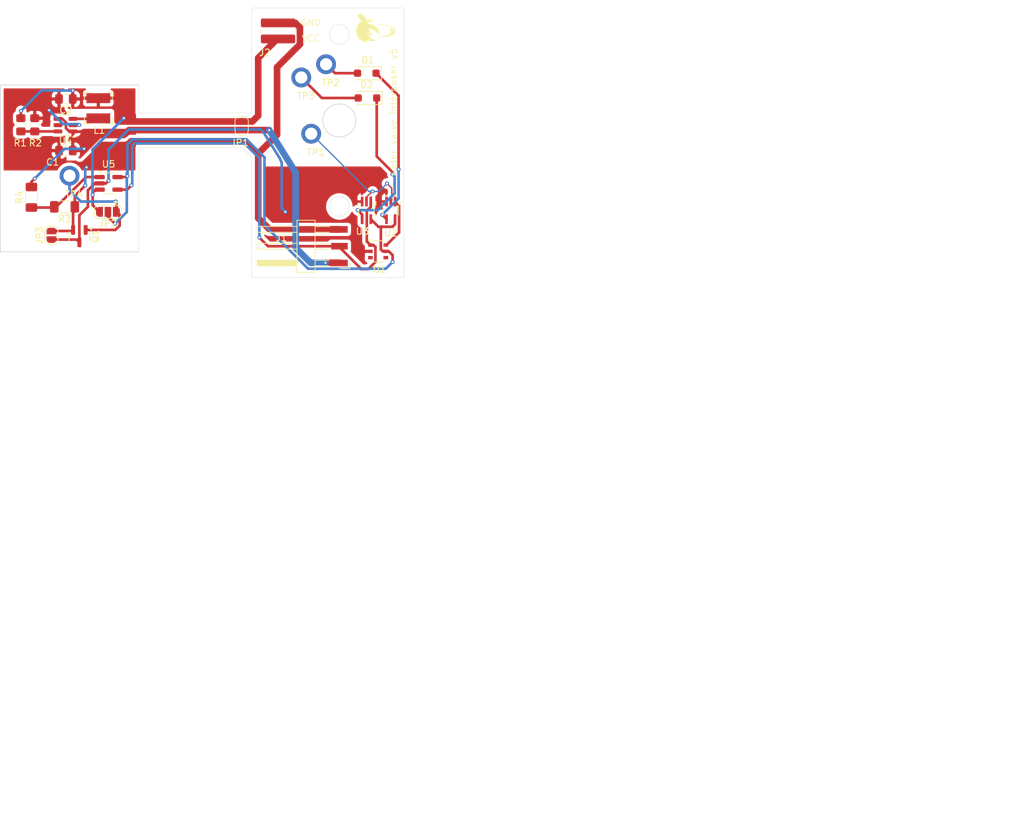
<source format=kicad_pcb>
(kicad_pcb (version 20240108) (generator "pcbnew") (generator_version "8.0")
  (title_block (title "Water Valve Interposer v5") (rev "1") (company "ColossalTurtle"))
  (layers (0 "F.Cu" signal) (31 "B.Cu" signal) (34 "B.Paste" user) (35 "F.Paste" user) (36 "B.SilkS" user "B.Silkscreen") (37 "F.SilkS" user "F.Silkscreen") (38 "B.Mask" user) (39 "F.Mask" user) (44 "Edge.Cuts" user))
  (net 0 "")
  (net 1 "GND")
  (net 2 "/Pad_C")
  (net 3 "Net-(D1-K)")
  (net 4 "Net-(D2-K)")
  (net 5 "/ctrl")
  (net 6 "/Pad_5")
  (net 7 "/Pad_6")
  (net 8 "VCC")
  (net 9 "+3V0")
  (net 10 "/Pad_1")
  (net 11 "Net-(U4-SW)")
  (net 12 "Net-(U4-FB)")
  (net 13 "Net-(U5-+)")
  (net 15 "Net-(U1-Pad6)")
  (net 18 "/SW_3V0")
  (net 19 "/SW_GND")
  (footprint "Jumper:SolderJumper-3_P1.3mm_Open_RoundedPad1.0x1.5mm" (layer "F.Cu") (at 146.05 88.05 180)
    (property "Reference" "JP2" (at 0 -1.8 180) (layer "F.SilkS"))
    (property "Value" "SolderJumper_3_Open")
    (pad "1" smd custom (at -1.3 0 180) (size 1 0.5) (layers "F.Cu" "F.Mask") (net 10 "/Pad_1") (options (clearance outline) (anchor rect)) (primitives (gr_circle (center 0 0.25) (end 0.5 0.25) (width 0) (fill yes)) (gr_circle (center 0 -0.25) (end 0.5 -0.25) (width 0) (fill yes)) (gr_poly (pts (xy 0.55 0.75) (xy 0 0.75) (xy 0 -0.75) (xy 0.55 -0.75)) (width 0) (fill yes))))
    (pad "2" smd rect (at 0 0 180) (size 1 1.5) (layers "F.Cu" "F.Mask") (net 18 "/SW_3V0"))
    (pad "3" smd custom (at 1.3 0 180) (size 1 0.5) (layers "F.Cu" "F.Mask") (net 9 "+3V0") (options (clearance outline) (anchor rect)) (primitives (gr_circle (center 0 0.25) (end 0.5 0.25) (width 0) (fill yes)) (gr_circle (center 0 -0.25) (end 0.5 -0.25) (width 0) (fill yes)) (gr_poly (pts (xy 0 0.75) (xy -0.55 0.75) (xy -0.55 -0.75) (xy 0 -0.75)) (width 0) (fill yes))))
  )
  (footprint "Resistor_SMD:R_0805_2012Metric_Pad1.20x1.40mm_HandSolder" (layer "F.Cu") (at 132.9 74.9 -90)
    (property "Reference" "R1" (at 2.75 0.1 180) (layer "F.SilkS"))
    (property "Value" "400K")
    (pad "1" smd roundrect (at -1 0 270) (size 1.2 1.4) (layers "F.Cu" "F.Paste" "F.Mask") (roundrect_rratio 0.208333) (net 9 "+3V0"))
    (pad "2" smd roundrect (at 1 0 270) (size 1.2 1.4) (layers "F.Cu" "F.Paste" "F.Mask") (roundrect_rratio 0.208333) (net 12 "Net-(U4-FB)"))
  )
  (footprint "CT:Pad Connector" (layer "F.Cu") (at 176.75 76.25)
    (property "Reference" "TP1" (at 0.7 2.8 0) (layer "F.SilkS"))
    (property "Value" "TestPoint")
    (pad "1" thru_hole circle (at 0 0) (size 3 3) (drill 1.85) (layers "*.Cu" "*.Mask") (net 2 "/Pad_C"))
  )
  (footprint "Capacitor_SMD:C_0805_2012Metric_Pad1.18x1.45mm_HandSolder" (layer "F.Cu") (at 139.7 78.8 180)
    (property "Reference" "C1" (at 2 -1.75 180) (layer "F.SilkS"))
    (property "Value" "4.7u")
    (pad "1" smd roundrect (at -1.0375 0 180) (size 1.175 1.45) (layers "F.Cu" "F.Paste" "F.Mask") (roundrect_rratio 0.212766) (net 8 "VCC"))
    (pad "2" smd roundrect (at 1.0375 0 180) (size 1.175 1.45) (layers "F.Cu" "F.Paste" "F.Mask") (roundrect_rratio 0.212766) (net 1 "GND"))
  )
  (footprint "Package_SO:TSOP-6_1.65x3.05mm_P0.95mm" (layer "F.Cu") (at 186.86 94.025)
    (property "Reference" "U1" (at 0.215 2.725 0) (layer "F.SilkS"))
    (property "Value" "74LVC2G14")
    (pad "1" smd rect (at -1.16 -0.95) (size 0.7 0.51) (layers "F.Cu" "F.Paste" "F.Mask") (net 5 "/ctrl"))
    (pad "2" smd rect (at -1.16 0) (size 0.7 0.51) (layers "F.Cu" "F.Paste" "F.Mask") (net 19 "/SW_GND"))
    (pad "3" smd rect (at -1.16 0.95) (size 0.7 0.51) (layers "F.Cu" "F.Paste" "F.Mask"))
    (pad "4" smd rect (at 1.16 0.95) (size 0.7 0.51) (layers "F.Cu" "F.Paste" "F.Mask"))
    (pad "5" smd rect (at 1.16 0) (size 0.7 0.51) (layers "F.Cu" "F.Paste" "F.Mask") (net 18 "/SW_3V0"))
    (pad "6" smd rect (at 1.16 -0.95) (size 0.7 0.51) (layers "F.Cu" "F.Paste" "F.Mask") (net 15 "Net-(U1-Pad6)"))
  )
  (footprint "Package_TO_SOT_SMD:SOT-23" (layer "F.Cu") (at 141.7375 91.725 -90)
    (property "Reference" "Q1" (at 0 -2.4 90) (layer "F.SilkS"))
    (property "Value" "BSS138")
    (pad "1" smd roundrect (at -0.9375 -0.95 270) (size 1.475 0.6) (layers "F.Cu" "F.Paste" "F.Mask") (net 10 "/Pad_1"))
    (pad "2" smd roundrect (at -0.9375 0.95 270) (size 1.475 0.6) (layers "F.Cu" "F.Paste" "F.Mask") (net 1 "GND"))
    (pad "3" smd roundrect (at 0.9375 0 270) (size 1.475 0.6) (layers "F.Cu" "F.Paste" "F.Mask") (net 19 "/SW_GND"))
  )
  (footprint "Package_TO_SOT_SMD:SOT-353_SC-70-5_Handsoldering" (layer "F.Cu") (at 188.775 87.83 -90)
    (property "Reference" "U2" (at 3.445 0 180) (layer "F.SilkS"))
    (property "Value" "74AUC1G32")
    (pad "1" smd roundrect (at -1.33 -0.65 270) (size 1.5 0.4) (layers "F.Cu" "F.Paste" "F.Mask") (net 15 "Net-(U1-Pad6)"))
    (pad "2" smd roundrect (at -1.33 0 270) (size 1.5 0.4) (layers "F.Cu" "F.Paste" "F.Mask") (net 2 "/Pad_C"))
    (pad "3" smd roundrect (at -1.33 0.65 270) (size 1.5 0.4) (layers "F.Cu" "F.Paste" "F.Mask") (net 19 "/SW_GND"))
    (pad "4" smd roundrect (at 1.33 0.65 270) (size 1.5 0.4) (layers "F.Cu" "F.Paste" "F.Mask") (net 3 "Net-(D1-K)"))
    (pad "5" smd roundrect (at 1.33 -0.65 270) (size 1.5 0.4) (layers "F.Cu" "F.Paste" "F.Mask") (net 18 "/SW_3V0"))
  )
  (footprint "Jumper:SolderJumper-2_P1.3mm_Open_RoundedPad1.0x1.5mm" (layer "F.Cu") (at 137.525 91.6 90)
    (property "Reference" "JP3" (at 0 -1.8 -90) (layer "F.SilkS"))
    (property "Value" "SolderJumper_2_Open")
    (pad "1" smd custom (at -0.65 0 90) (size 1 0.5) (layers "F.Cu" "F.Mask") (net 19 "/SW_GND") (options (clearance outline) (anchor rect)) (primitives (gr_circle (center 0 0.25) (end 0.5 0.25) (width 0) (fill yes)) (gr_circle (center 0 -0.25) (end 0.5 -0.25) (width 0) (fill yes)) (gr_poly (pts (xy 0.5 0.75) (xy 0 0.75) (xy 0 -0.75) (xy 0.5 -0.75)) (width 0) (fill yes))))
    (pad "2" smd custom (at 0.65 0 90) (size 1 0.5) (layers "F.Cu" "F.Mask") (net 1 "GND") (options (clearance outline) (anchor rect)) (primitives (gr_circle (center 0 0.25) (end 0.5 0.25) (width 0) (fill yes)) (gr_circle (center 0 -0.25) (end 0.5 -0.25) (width 0) (fill yes)) (gr_poly (pts (xy 0 0.75) (xy -0.5 0.75) (xy -0.5 -0.75) (xy 0 -0.75)) (width 0) (fill yes))))
  )
  (footprint "Resistor_SMD:R_1206_3216Metric_Pad1.30x1.75mm_HandSolder" (layer "F.Cu") (at 134.5 85.85 90)
    (property "Reference" "R4" (at 0 -1.82 -90) (layer "F.SilkS"))
    (property "Value" "15K")
    (pad "1" smd roundrect (at -1.55 0 90) (size 1.3 1.75) (layers "F.Cu" "F.Paste" "F.Mask") (roundrect_rratio 0.192308) (net 13 "Net-(U5-+)"))
    (pad "2" smd roundrect (at 1.55 0 90) (size 1.3 1.75) (layers "F.Cu" "F.Paste" "F.Mask") (roundrect_rratio 0.192308) (net 8 "VCC"))
  )
  (footprint "Resistor_SMD:R_1020_2550Metric_Pad1.33x5.20mm_HandSolder" (layer "F.Cu") (at 171.75 60.7125 90)
    (property "Reference" "J2" (at -3.2875 -2 0) (layer "F.SilkS"))
    (property "Value" "Conn_01x02")
    (pad "1" smd roundrect (at -1.2125 0 90) (size 1.325 5.2) (layers "F.Cu" "F.Paste" "F.Mask") (roundrect_rratio 0.188679) (net 9 "+3V0"))
    (pad "2" smd roundrect (at 1.2125 0 90) (size 1.325 5.2) (layers "F.Cu" "F.Paste" "F.Mask") (roundrect_rratio 0.188679) (net 1 "GND"))
  )
  (footprint "Capacitor_SMD:C_0805_2012Metric_Pad1.18x1.45mm_HandSolder" (layer "F.Cu") (at 139.7 71 180)
    (property "Reference" "C2" (at 0 -1.68 180) (layer "F.SilkS"))
    (property "Value" "10u")
    (pad "1" smd roundrect (at -1.0375 0 180) (size 1.175 1.45) (layers "F.Cu" "F.Paste" "F.Mask") (roundrect_rratio 0.212766) (net 9 "+3V0"))
    (pad "2" smd roundrect (at 1.0375 0 180) (size 1.175 1.45) (layers "F.Cu" "F.Paste" "F.Mask") (roundrect_rratio 0.212766) (net 1 "GND"))
  )
  (footprint "Diode_SMD:D_SOD-123F" (layer "F.Cu") (at 185.25 70.85 180)
    (property "Reference" "D2" (at 0.1 2 180) (layer "F.SilkS"))
    (property "Value" "D")
    (pad "1" smd roundrect (at -1.4 0 180) (size 1.1 1.1) (layers "F.Cu" "F.Paste" "F.Mask") (roundrect_rratio 0.2272727273) (net 4 "Net-(D2-K)"))
    (pad "2" smd roundrect (at 1.4 0 180) (size 1.1 1.1) (layers "F.Cu" "F.Paste" "F.Mask") (roundrect_rratio 0.2272727273) (net 7 "/Pad_6"))
  )
  (footprint "CT:logo_smaller" (layer "F.Cu") (at 186.475 60.275 90)
    (property "Reference" "G***" (hide yes))
    (property "Value" "LOGO" (hide yes))
  )
  (footprint "Package_TO_SOT_SMD:SOT-23-5_HandSoldering" (layer "F.Cu") (at 146.15 83.75)
    (property "Reference" "U5" (at 0 -2.9 0) (layer "F.SilkS"))
    (property "Value" "MCP6001U")
    (pad "1" smd roundrect (at -1.35 -0.95) (size 1.56 0.65) (layers "F.Cu" "F.Paste" "F.Mask") (net 13 "Net-(U5-+)"))
    (pad "2" smd roundrect (at -1.35 0) (size 1.56 0.65) (layers "F.Cu" "F.Paste" "F.Mask") (net 19 "/SW_GND"))
    (pad "3" smd roundrect (at -1.35 0.95) (size 1.56 0.65) (layers "F.Cu" "F.Paste" "F.Mask") (net 9 "+3V0"))
    (pad "4" smd roundrect (at 1.35 0.95) (size 1.56 0.65) (layers "F.Cu" "F.Paste" "F.Mask") (net 5 "/ctrl"))
    (pad "5" smd roundrect (at 1.35 -0.95) (size 1.56 0.65) (layers "F.Cu" "F.Paste" "F.Mask") (net 18 "/SW_3V0"))
  )
  (footprint "Connector_Harwin:Harwin_M20-89003xx_1x03_P2.54mm_Horizontal" (layer "F.Cu") (at 175.5 93.25 180)
    (property "Reference" "J1" (at 3.25 1.25 180) (layer "F.SilkS"))
    (property "Value" "Conn_01x03")
    (pad "" smd rect (at 3.895 -2.54 180) (size 6 0.76) (layers "F.SilkS"))
    (pad "1" smd rect (at -5.525 -2.54 180) (size 2.5 1) (layers "F.Cu" "F.Paste" "F.Mask") (net 8 "VCC"))
    (pad "2" smd rect (at -5.525 0 180) (size 2.5 1) (layers "F.Cu" "F.Paste" "F.Mask") (net 5 "/ctrl"))
    (pad "3" smd rect (at -5.525 2.54 180) (size 2.5 1) (layers "F.Cu" "F.Paste" "F.Mask") (net 1 "GND"))
  )
  (footprint "Inductor_SMD:L_Bourns-SRN4018" (layer "F.Cu") (at 144.6 72.4 90)
    (property "Reference" "L1" (at -3.35 0.15 0) (layer "F.SilkS"))
    (property "Value" "2.2u")
    (pad "1" smd rect (at -1.525 0 90) (size 1.5 3.6) (layers "F.Cu" "F.Paste" "F.Mask") (net 11 "Net-(U4-SW)"))
    (pad "2" smd rect (at 1.525 0 90) (size 1.5 3.6) (layers "F.Cu" "F.Paste" "F.Mask") (net 9 "+3V0"))
  )
  (footprint "Resistor_SMD:R_0805_2012Metric_Pad1.20x1.40mm_HandSolder" (layer "F.Cu") (at 135 74.9 90)
    (property "Reference" "R2" (at -2.75 0.1 0) (layer "F.SilkS"))
    (property "Value" "100K")
    (pad "1" smd roundrect (at -1 0 90) (size 1.2 1.4) (layers "F.Cu" "F.Paste" "F.Mask") (roundrect_rratio 0.208333) (net 12 "Net-(U4-FB)"))
    (pad "2" smd roundrect (at 1 0 90) (size 1.2 1.4) (layers "F.Cu" "F.Paste" "F.Mask") (roundrect_rratio 0.208333) (net 1 "GND"))
  )
  (footprint "CT:Pad Connector" (layer "F.Cu") (at 179 65.75)
    (property "Reference" "TP2" (at 0.7 2.8 0) (layer "F.SilkS"))
    (property "Value" "TestPoint")
    (pad "1" thru_hole circle (at 0 0) (size 3 3) (drill 1.85) (layers "*.Cu" "*.Mask") (net 6 "/Pad_5"))
  )
  (footprint "Diode_SMD:D_SOD-123F" (layer "F.Cu") (at 185.15 67.1 180)
    (property "Reference" "D1" (at -0.15 2 180) (layer "F.SilkS"))
    (property "Value" "D")
    (pad "1" smd roundrect (at -1.4 0 180) (size 1.1 1.1) (layers "F.Cu" "F.Paste" "F.Mask") (roundrect_rratio 0.2272727273) (net 3 "Net-(D1-K)"))
    (pad "2" smd roundrect (at 1.4 0 180) (size 1.1 1.1) (layers "F.Cu" "F.Paste" "F.Mask") (roundrect_rratio 0.2272727273) (net 6 "/Pad_5"))
  )
  (footprint "CT:Pad Connector" (layer "F.Cu") (at 175.25 67.75)
    (property "Reference" "TP3" (at 0.7 2.8 0) (layer "F.SilkS"))
    (property "Value" "TestPoint")
    (pad "1" thru_hole circle (at 0 0) (size 3 3) (drill 1.85) (layers "*.Cu" "*.Mask") (net 7 "/Pad_6"))
  )
  (footprint "Resistor_SMD:R_1206_3216Metric_Pad1.30x1.75mm_HandSolder" (layer "F.Cu") (at 139.5 87.3 180)
    (property "Reference" "R3" (at 0 -1.82 180) (layer "F.SilkS"))
    (property "Value" "15K")
    (pad "1" smd roundrect (at -1.55 0 180) (size 1.3 1.75) (layers "F.Cu" "F.Paste" "F.Mask") (roundrect_rratio 0.192308) (net 1 "GND"))
    (pad "2" smd roundrect (at 1.55 0 180) (size 1.3 1.75) (layers "F.Cu" "F.Paste" "F.Mask") (roundrect_rratio 0.192308) (net 13 "Net-(U5-+)"))
  )
  (footprint "Jumper:SolderJumper-2_P1.3mm_Open_RoundedPad1.0x1.5mm" (layer "F.Cu") (at 166.25 75.05 90)
    (property "Reference" "JP1" (at -2.55 -0.3 0) (layer "F.SilkS"))
    (property "Value" "SolderJumper_2_Open")
    (pad "1" smd custom (at -0.65 0 90) (size 1 0.5) (layers "F.Cu" "F.Mask") (net 8 "VCC") (options (clearance outline) (anchor rect)) (primitives (gr_circle (center 0 0.25) (end 0.5 0.25) (width 0) (fill yes)) (gr_circle (center 0 -0.25) (end 0.5 -0.25) (width 0) (fill yes)) (gr_poly (pts (xy 0.5 0.75) (xy 0 0.75) (xy 0 -0.75) (xy 0.5 -0.75)) (width 0) (fill yes))))
    (pad "2" smd custom (at 0.65 0 90) (size 1 0.5) (layers "F.Cu" "F.Mask") (net 9 "+3V0") (options (clearance outline) (anchor rect)) (primitives (gr_circle (center 0 0.25) (end 0.5 0.25) (width 0) (fill yes)) (gr_circle (center 0 -0.25) (end 0.5 -0.25) (width 0) (fill yes)) (gr_poly (pts (xy 0 0.75) (xy -0.5 0.75) (xy -0.5 -0.75) (xy 0 -0.75)) (width 0) (fill yes))))
  )
  (footprint "Package_TO_SOT_SMD:SOT-353_SC-70-5_Handsoldering" (layer "F.Cu") (at 185.1 87.83 -90)
    (property "Reference" "U3" (at 3.17 0.6 180) (layer "F.SilkS"))
    (property "Value" "74AUC1G32")
    (pad "1" smd roundrect (at -1.33 -0.65 270) (size 1.5 0.4) (layers "F.Cu" "F.Paste" "F.Mask") (net 5 "/ctrl"))
    (pad "2" smd roundrect (at -1.33 0 270) (size 1.5 0.4) (layers "F.Cu" "F.Paste" "F.Mask") (net 2 "/Pad_C"))
    (pad "3" smd roundrect (at -1.33 0.65 270) (size 1.5 0.4) (layers "F.Cu" "F.Paste" "F.Mask") (net 19 "/SW_GND"))
    (pad "4" smd roundrect (at 1.33 0.65 270) (size 1.5 0.4) (layers "F.Cu" "F.Paste" "F.Mask") (net 4 "Net-(D2-K)"))
    (pad "5" smd roundrect (at 1.33 -0.65 270) (size 1.5 0.4) (layers "F.Cu" "F.Paste" "F.Mask") (net 18 "/SW_3V0"))
  )
  (footprint "CT:Pad Connector" (layer "F.Cu") (at 140.25 82.6)
    (property "Reference" "TP4" (at 0.7 2.8 0) (layer "F.SilkS"))
    (property "Value" "TestPoint")
    (pad "1" thru_hole circle (at 0 0) (size 3 3) (drill 1.85) (layers "*.Cu" "*.Mask") (net 10 "/Pad_1"))
  )
  (footprint "Package_TO_SOT_SMD:SOT-23-6" (layer "F.Cu") (at 139.6375 74.95 180)
    (property "Reference" "U4" (at 0 -2.4 180) (layer "F.SilkS"))
    (property "Value" "TLV62568DDC")
    (pad "1" smd roundrect (at -1.1375 -0.95 180) (size 1.325 0.6) (layers "F.Cu" "F.Paste" "F.Mask") (net 8 "VCC"))
    (pad "2" smd roundrect (at -1.1375 0 180) (size 1.325 0.6) (layers "F.Cu" "F.Paste" "F.Mask") (net 1 "GND"))
    (pad "3" smd roundrect (at -1.1375 0.95 180) (size 1.325 0.6) (layers "F.Cu" "F.Paste" "F.Mask") (net 11 "Net-(U4-SW)"))
    (pad "4" smd roundrect (at 1.1375 0.95 180) (size 1.325 0.6) (layers "F.Cu" "F.Paste" "F.Mask") (net 8 "VCC"))
    (pad "5" smd roundrect (at 1.1375 0 180) (size 1.325 0.6) (layers "F.Cu" "F.Paste" "F.Mask"))
    (pad "6" smd roundrect (at 1.1375 -0.95 180) (size 1.325 0.6) (layers "F.Cu" "F.Paste" "F.Mask") (net 12 "Net-(U4-FB)"))
  )
  (gr_line (start 190.75 57.25) (end 190.75 98) (stroke (width 0.05)) (layer "Edge.Cuts"))
  (gr_line (start 167.75 98) (end 167.75 79.75) (stroke (width 0.05)) (layer "Edge.Cuts"))
  (gr_line (start 166.4 78.4) (end 150.7 78.4) (stroke (width 0.05)) (layer "Edge.Cuts"))
  (gr_circle (center 181 74.25) (end 183.5 74.25) (stroke (width 0.1)) (fill none) (layer "Edge.Cuts"))
  (gr_line (start 167.75 57.25) (end 190.75 57.25) (stroke (width 0.05)) (layer "Edge.Cuts"))
  (gr_circle (center 181 61.25) (end 182.5 61.25) (stroke (width 0.05)) (fill none) (layer "Edge.Cuts"))
  (gr_line (start 150.7 94.1) (end 150.7 78.4) (stroke (width 0.05)) (layer "Edge.Cuts"))
  (gr_line (start 150.7 94.1) (end 129.8 94.1) (stroke (width 0.1)) (layer "Edge.Cuts"))
  (gr_line (start 190.75 98) (end 167.75 98) (stroke (width 0.05)) (layer "Edge.Cuts"))
  (gr_circle (center 181 87.25) (end 182.5 87.25) (stroke (width 0.05)) (fill none) (layer "Edge.Cuts"))
  (gr_line (start 129.8 68.9) (end 150.7 68.9) (stroke (width 0.1)) (layer "Edge.Cuts"))
  (gr_line (start 129.8 94.1) (end 129.8 68.9) (stroke (width 0.1)) (layer "Edge.Cuts"))
  (gr_line (start 167.75 79.75) (end 166.4 78.4) (stroke (width 0.05)) (layer "Edge.Cuts"))
  (gr_line (start 167.75 73.1) (end 167.75 57.25) (stroke (width 0.05)) (layer "Edge.Cuts"))
  (gr_line (start 150.7 73.1) (end 150.7 68.9) (stroke (width 0.05)) (layer "Edge.Cuts"))
  (gr_line (start 167.75 73.1) (end 150.7 73.1) (stroke (width 0.05)) (layer "Edge.Cuts"))
  (gr_text "GND" (at 175.1 60.05 0) (layer "F.SilkS") (effects (font (size 1 1) (thickness 0.1)) (justify left bottom)))
  (gr_text "VCC" (at 175.25 62.45 0) (layer "F.SilkS") (effects (font (size 1 1) (thickness 0.1)) (justify left bottom)))
  (gr_text "water valve interposer v5" (at 189.75 82.75 90) (layer "F.SilkS") (effects (font (size 1 1) (thickness 0.1)) (justify left bottom)))
  (segment (start 171.6 66.18793) (end 175.05 62.73793) (width 1) (layer "F.Cu") (net 1))
  (segment (start 175.05 62.73793) (end 175.05 60.2) (width 1) (layer "F.Cu") (net 1))
  (segment (start 137.525 90.95) (end 140.625 90.95) (width 0.4) (layer "F.Cu") (net 1))
  (segment (start 140.625 90.95) (end 140.7875 90.7875) (width 0.4) (layer "F.Cu") (net 1))
  (segment (start 171.6 76.4) (end 171.6 66.18793) (width 1) (layer "F.Cu") (net 1))
  (segment (start 170.46 90.71) (end 168.75 89) (width 1) (layer "F.Cu") (net 1))
  (segment (start 168.75 89) (end 168.75 79.335786) (width 1) (layer "F.Cu") (net 1))
  (segment (start 168.75 79.335786) (end 166.814214 77.4) (width 1) (layer "F.Cu") (net 1))
  (segment (start 178.89 90.71) (end 170.46 90.71) (width 1) (layer "F.Cu") (net 1))
  (segment (start 178.9 90.7) (end 178.89 90.71) (width 1) (layer "F.Cu") (net 1))
  (segment (start 141.05 85.65) (end 142.625 84.075) (width 0.4) (layer "F.Cu") (net 1))
  (segment (start 166.814214 77.4) (end 149.55 77.4) (width 1) (layer "F.Cu") (net 1))
  (segment (start 178.91 90.71) (end 178.9 90.7) (width 1) (layer "F.Cu") (net 1))
  (segment (start 141.7 74.95) (end 141.725 74.925) (width 0.4) (layer "F.Cu") (net 1))
  (segment (start 168.75 79.25) (end 171.6 76.4) (width 1) (layer "F.Cu") (net 1))
  (segment (start 141.05 87.3) (end 141.05 85.65) (width 0.4) (layer "F.Cu") (net 1))
  (segment (start 140.7875 87.5625) (end 141.05 87.3) (width 0.4) (layer "F.Cu") (net 1))
  (segment (start 175.05 60.2) (end 174.35 59.5) (width 1) (layer "F.Cu") (net 1))
  (segment (start 168.75 79.335786) (end 168.75 79.25) (width 1) (layer "F.Cu") (net 1))
  (segment (start 140.7875 90.7875) (end 140.7875 87.5625) (width 0.4) (layer "F.Cu") (net 1))
  (segment (start 149.55 77.4) (end 147.3 79.65) (width 1) (layer "F.Cu") (net 1))
  (segment (start 140.775 74.95) (end 141.7 74.95) (width 0.4) (layer "F.Cu") (net 1))
  (segment (start 174.35 59.5) (end 171.75 59.5) (width 1) (layer "F.Cu") (net 1))
  (segment (start 181.025 90.71) (end 178.91 90.71) (width 1) (layer "F.Cu") (net 1))
  (via (at 142.825 81.325) (size 0.6) (drill 0.3) (layers "F.Cu" "B.Cu") (net 1))
  (via (at 141.725 74.925) (size 0.6) (drill 0.3) (layers "F.Cu" "B.Cu") (net 1))
  (via (at 142.625 84.075) (size 0.6) (drill 0.3) (layers "F.Cu" "B.Cu") (net 1))
  (via (at 137.175 72.7) (size 0.6) (drill 0.3) (layers "F.Cu" "B.Cu") (net 1))
  (segment (start 141.6 74.8) (end 139.275 74.8) (width 0.4) (layer "B.Cu") (net 1))
  (segment (start 142.625 84.075) (end 142.625 81.525) (width 0.4) (layer "B.Cu") (net 1))
  (segment (start 141.725 74.925) (end 141.6 74.8) (width 0.4) (layer "B.Cu") (net 1))
  (segment (start 142.625 81.525) (end 142.825 81.325) (width 0.4) (layer "B.Cu") (net 1))
  (segment (start 139.275 74.8) (end 137.175 72.7) (width 0.4) (layer "B.Cu") (net 1))
  (segment (start 188.2 83.775) (end 188.775 84.35) (width 0.2) (layer "F.Cu") (net 2))
  (segment (start 185.956544 84.975) (end 185.1 85.831544) (width 0.2) (layer "F.Cu") (net 2))
  (segment (start 188.925 86.35) (end 188.775 86.5) (width 0.2) (layer "F.Cu") (net 2))
  (segment (start 186.025 84.975) (end 185.956544 84.975) (width 0.2) (layer "F.Cu") (net 2))
  (segment (start 185.1 85.831544) (end 185.1 86.5) (width 0.2) (layer "F.Cu") (net 2))
  (segment (start 188.775 84.35) (end 188.925 84.5) (width 0.2) (layer "F.Cu") (net 2))
  (segment (start 188.925 84.5) (end 188.925 86.35) (width 0.2) (layer "F.Cu") (net 2))
  (via (at 188.2 83.775) (size 0.6) (drill 0.3) (layers "F.Cu" "B.Cu") (net 2))
  (via (at 186.025 84.975) (size 0.6) (drill 0.3) (layers "F.Cu" "B.Cu") (net 2))
  (segment (start 184.35 83.85) (end 176.75 76.25) (width 0.2) (layer "B.Cu") (net 2))
  (segment (start 186.025 84.975) (end 185.475 84.975) (width 0.2) (layer "B.Cu") (net 2))
  (segment (start 187 84.975) (end 185.475 84.975) (width 0.2) (layer "B.Cu") (net 2))
  (segment (start 185.475 84.975) (end 184.35 83.85) (width 0.2) (layer "B.Cu") (net 2))
  (segment (start 188.2 83.775) (end 187 84.975) (width 0.2) (layer "B.Cu") (net 2))
  (segment (start 189.95 81.65) (end 189.95 70.5) (width 0.4) (layer "F.Cu") (net 3))
  (segment (start 188.125 89.16) (end 188.125 89.15) (width 0.4) (layer "F.Cu") (net 3))
  (segment (start 188.125 89.15) (end 187.475 88.5) (width 0.4) (layer "F.Cu") (net 3))
  (segment (start 189.95 70.5) (end 186.55 67.1) (width 0.4) (layer "F.Cu") (net 3))
  (via (at 189.95 81.65) (size 0.6) (drill 0.3) (layers "F.Cu" "B.Cu") (net 3))
  (via (at 187.475 88.5) (size 0.6) (drill 0.3) (layers "F.Cu" "B.Cu") (net 3))
  (segment (start 187.475 88.5) (end 189.95 86.025) (width 0.4) (layer "B.Cu") (net 3))
  (segment (start 189.95 86.025) (end 189.95 81.65) (width 0.4) (layer "B.Cu") (net 3))
  (segment (start 189.025 82.375) (end 189.025 82.05) (width 0.4) (layer "F.Cu") (net 4))
  (segment (start 184.45 88.475) (end 184.45 89.16) (width 0.4) (layer "F.Cu") (net 4))
  (segment (start 186.65 79.675) (end 186.65 70.85) (width 0.4) (layer "F.Cu") (net 4))
  (segment (start 183.775 87.8) (end 184.45 88.475) (width 0.4) (layer "F.Cu") (net 4))
  (segment (start 189.025 82.05) (end 186.65 79.675) (width 0.4) (layer "F.Cu") (net 4))
  (via (at 183.775 87.8) (size 0.6) (drill 0.3) (layers "F.Cu" "B.Cu") (net 4))
  (via (at 189.025 82.375) (size 0.6) (drill 0.3) (layers "F.Cu" "B.Cu") (net 4))
  (segment (start 189.35 85.26495) (end 189.35 82.7) (width 0.4) (layer "B.Cu") (net 4))
  (segment (start 189.35 82.7) (end 189.025 82.375) (width 0.4) (layer "B.Cu") (net 4))
  (segment (start 186.81495 87.8) (end 189.35 85.26495) (width 0.4) (layer "B.Cu") (net 4))
  (segment (start 183.775 87.8) (end 186.81495 87.8) (width 0.4) (layer "B.Cu") (net 4))
  (segment (start 184.35 96.7) (end 185.38 96.7) (width 0.4) (layer "F.Cu") (net 5))
  (segment (start 185.7 93.075) (end 185.15 92.525) (width 0.4) (layer "F.Cu") (net 5))
  (segment (start 186.45 93.37) (end 186.155 93.075) (width 0.4) (layer "F.Cu") (net 5))
  (segment (start 147.5 84.7) (end 148.95 84.7) (width 0.4) (layer "F.Cu") (net 5))
  (segment (start 181.025 93.25) (end 181.025 93.4) (width 0.4) (layer "F.Cu") (net 5))
  (segment (start 186.45 95.63) (end 186.45 93.37) (width 0.4) (layer "F.Cu") (net 5))
  (segment (start 181.025 93.4) (end 184.3375 96.7125) (width 0.4) (layer "F.Cu") (net 5))
  (segment (start 186.155 93.075) (end 185.7 93.075) (width 0.4) (layer "F.Cu") (net 5))
  (segment (start 184.3375 96.7125) (end 184.35 96.7) (width 0.4) (layer "F.Cu") (net 5))
  (segment (start 185.75 87.309878) (end 185.75 86.5) (width 0.4) (layer "F.Cu") (net 5))
  (segment (start 168.925 91.95) (end 170.225 93.25) (width 0.4) (layer "F.Cu") (net 5))
  (segment (start 148.95 84.7) (end 149.6 84.05) (width 0.4) (layer "F.Cu") (net 5))
  (segment (start 170.225 93.25) (end 181.025 93.25) (width 0.4) (layer "F.Cu") (net 5))
  (segment (start 185.15 92.525) (end 185.15 87.909878) (width 0.4) (layer "F.Cu") (net 5))
  (segment (start 185.38 96.7) (end 186.45 95.63) (width 0.4) (layer "F.Cu") (net 5))
  (segment (start 185.15 87.909878) (end 185.75 87.309878) (width 0.4) (layer "F.Cu") (net 5))
  (via (at 149.6 84.05) (size 0.6) (drill 0.3) (layers "F.Cu" "B.Cu") (net 5))
  (via (at 168.925 91.95) (size 0.6) (drill 0.3) (layers "F.Cu" "B.Cu") (net 5))
  (segment (start 149.725 83.925) (end 149.725 78.1) (width 0.4) (layer "B.Cu") (net 5))
  (segment (start 149.6 84.05) (end 149.725 83.925) (width 0.4) (layer "B.Cu") (net 5))
  (segment (start 150.125 77.7) (end 166.7 77.7) (width 0.4) (layer "B.Cu") (net 5))
  (segment (start 166.7 77.7) (end 168.925 79.925) (width 0.4) (layer "B.Cu") (net 5))
  (segment (start 168.925 79.925) (end 168.925 91.95) (width 0.4) (layer "B.Cu") (net 5))
  (segment (start 149.725 78.1) (end 150.125 77.7) (width 0.4) (layer "B.Cu") (net 5))
  (segment (start 183.75 67.1) (end 180.35 67.1) (width 0.4) (layer "F.Cu") (net 6))
  (segment (start 180.35 67.1) (end 179 65.75) (width 0.4) (layer "F.Cu") (net 6))
  (segment (start 183.85 70.85) (end 178.35 70.85) (width 0.4) (layer "F.Cu") (net 7))
  (segment (start 178.35 70.85) (end 175.25 67.75) (width 0.4) (layer "F.Cu") (net 7))
  (segment (start 139.7125 74.550001) (end 139.7125 75.4125) (width 0.4) (layer "F.Cu") (net 8))
  (segment (start 178.9 95.75) (end 180.985 95.75) (width 1) (layer "F.Cu") (net 8))
  (segment (start 166.25 75.7) (end 149.25 75.7) (width 1) (layer "F.Cu") (net 8))
  (segment (start 139.162499 74) (end 139.7125 74.550001) (width 0.4) (layer "F.Cu") (net 8))
  (segment (start 140.2 75.9) (end 140.775 75.9) (width 0.4) (layer "F.Cu") (net 8))
  (segment (start 134.5 84.3) (end 134.5 83.525) (width 0.4) (layer "F.Cu") (net 8))
  (segment (start 138.5 74) (end 139.162499 74) (width 0.4) (layer "F.Cu") (net 8))
  (segment (start 139.7125 75.4125) (end 140.2 75.9) (width 0.4) (layer "F.Cu") (net 8))
  (segment (start 166.25 75.7) (end 170.4 75.7) (width 1) (layer "F.Cu") (net 8))
  (segment (start 180.985 95.75) (end 181.025 95.79) (width 1) (layer "F.Cu") (net 8))
  (segment (start 149.25 75.7) (end 148.65 76.3) (width 1) (layer "F.Cu") (net 8))
  (segment (start 134.5 83.525) (end 135 83.025) (width 0.4) (layer "F.Cu") (net 8))
  (via (at 142.45 78.525) (size 0.6) (drill 0.3) (layers "F.Cu" "B.Cu") (net 8))
  (via (at 178.9 95.75) (size 0.6) (drill 0.3) (layers "F.Cu" "B.Cu") (net 8))
  (via (at 170.4 75.7) (size 0.6) (drill 0.3) (layers "F.Cu" "B.Cu") (net 8))
  (via (at 135 83.025) (size 0.6) (drill 0.3) (layers "F.Cu" "B.Cu") (net 8))
  (segment (start 135 83.025) (end 139.5 78.525) (width 0.4) (layer "B.Cu") (net 8))
  (segment (start 176.65 95.75) (end 178.9 95.75) (width 1) (layer "B.Cu") (net 8))
  (segment (start 174.4 93.5) (end 176.65 95.75) (width 1) (layer "B.Cu") (net 8))
  (segment (start 170.4 75.7) (end 174.4 82.1) (width 1) (layer "B.Cu") (net 8))
  (segment (start 139.5 78.525) (end 142.45 78.525) (width 0.4) (layer "B.Cu") (net 8))
  (segment (start 174.4 82.1) (end 174.4 93.5) (width 1) (layer "B.Cu") (net 8))
  (segment (start 144.225 84.7) (end 144.8 84.7) (width 0.4) (layer "F.Cu") (net 9))
  (segment (start 143.75 85.5) (end 143.725 85.475) (width 0.4) (layer "F.Cu") (net 9))
  (segment (start 132.9 73.9) (end 132.9 72.825) (width 0.4) (layer "F.Cu") (net 9))
  (segment (start 168.75 64.8) (end 171.625 61.925) (width 1) (layer "F.Cu") (net 9))
  (segment (start 166.25 74.4) (end 167.864214 74.4) (width 1) (layer "F.Cu") (net 9))
  (segment (start 143.75 85.45) (end 143.75 85.175) (width 0.4) (layer "F.Cu") (net 9))
  (segment (start 171.625 61.925) (end 171.75 61.925) (width 1) (layer "F.Cu") (net 9))
  (segment (start 143.75 87.05) (end 143.75 85.5) (width 0.4) (layer "F.Cu") (net 9))
  (segment (start 168.75 73.514214) (end 168.75 64.8) (width 1) (layer "F.Cu") (net 9))
  (segment (start 166.25 74.4) (end 148.95 74.4) (width 1) (layer "F.Cu") (net 9))
  (segment (start 148.95 74.4) (end 148.45 73.9) (width 1) (layer "F.Cu") (net 9))
  (segment (start 132.9 72.825) (end 132.925 72.8) (width 0.4) (layer "F.Cu") (net 9))
  (segment (start 144.75 88.05) (end 143.75 87.05) (width 0.4) (layer "F.Cu") (net 9))
  (segment (start 143.725 85.475) (end 143.75 85.45) (width 0.4) (layer "F.Cu") (net 9))
  (segment (start 143.75 85.175) (end 144.225 84.7) (width 0.4) (layer "F.Cu") (net 9))
  (segment (start 167.864214 74.4) (end 168.75 73.514214) (width 1) (layer "F.Cu") (net 9))
  (via (at 148.45 73.9) (size 0.6) (drill 0.3) (layers "F.Cu" "B.Cu") (net 9))
  (via (at 140.75 69.725) (size 0.6) (drill 0.3) (layers "F.Cu" "B.Cu") (net 9))
  (via (at 143.725 85.475) (size 0.6) (drill 0.3) (layers "F.Cu" "B.Cu") (net 9))
  (via (at 132.925 72.8) (size 0.6) (drill 0.3) (layers "F.Cu" "B.Cu") (net 9))
  (segment (start 132.925 72.8) (end 136 69.725) (width 0.4) (layer "B.Cu") (net 9))
  (segment (start 143.725 78.625) (end 148.45 73.9) (width 0.4) (layer "B.Cu") (net 9))
  (segment (start 136 69.725) (end 140.75 69.725) (width 0.4) (layer "B.Cu") (net 9))
  (segment (start 143.725 85.475) (end 143.725 78.625) (width 0.4) (layer "B.Cu") (net 9))
  (segment (start 147.825 88.525) (end 147.35 88.05) (width 0.4) (layer "F.Cu") (net 10))
  (segment (start 142.6875 90.7875) (end 147.17745 90.7875) (width 0.4) (layer "F.Cu") (net 10))
  (segment (start 147.35 88.05) (end 147.35 86.625) (width 0.4) (layer "F.Cu") (net 10))
  (segment (start 147.35 86.625) (end 147.225 86.5) (width 0.4) (layer "F.Cu") (net 10))
  (segment (start 147.825 90.13995) (end 147.825 88.525) (width 0.4) (layer "F.Cu") (net 10))
  (segment (start 147.17745 90.7875) (end 147.825 90.13995) (width 0.4) (layer "F.Cu") (net 10))
  (via (at 147.225 86.5) (size 0.6) (drill 0.3) (layers "F.Cu" "B.Cu") (net 10))
  (segment (start 147.225 86.5) (end 141.975 86.5) (width 0.4) (layer "B.Cu") (net 10))
  (segment (start 141.975 86.5) (end 140.25 84.775) (width 0.4) (layer "B.Cu") (net 10))
  (segment (start 140.25 84.775) (end 140.25 82.6) (width 0.4) (layer "B.Cu") (net 10))
  (segment (start 144.525 74) (end 144.6 73.925) (width 0.4) (layer "F.Cu") (net 11))
  (segment (start 140.775 74) (end 144.525 74) (width 0.4) (layer "F.Cu") (net 11))
  (segment (start 135 75.9) (end 138.5 75.9) (width 0.4) (layer "F.Cu") (net 12))
  (segment (start 135 75.9) (end 132.9 75.9) (width 0.4) (layer "F.Cu") (net 12))
  (segment (start 137.85 87.4) (end 137.95 87.3) (width 0.4) (layer "F.Cu") (net 13))
  (segment (start 142.737006 82.8) (end 138.237006 87.3) (width 0.4) (layer "F.Cu") (net 13))
  (segment (start 138.237006 87.3) (end 137.95 87.3) (width 0.4) (layer "F.Cu") (net 13))
  (segment (start 144.8 82.8) (end 142.737006 82.8) (width 0.4) (layer "F.Cu") (net 13))
  (segment (start 134.5 87.4) (end 137.85 87.4) (width 0.4) (layer "F.Cu") (net 13))
  (segment (start 190.025 87.1) (end 189.425 86.5) (width 0.4) (layer "F.Cu") (net 15))
  (segment (start 188.02 93.075) (end 188.115 93.075) (width 0.4) (layer "F.Cu") (net 15))
  (segment (start 188.115 93.075) (end 190.025 91.165) (width 0.4) (layer "F.Cu") (net 15))
  (segment (start 190.025 91.165) (end 190.025 87.1) (width 0.4) (layer "F.Cu") (net 15))
  (segment (start 148.85 82.8) (end 149 82.65) (width 0.4) (layer "F.Cu") (net 18))
  (segment (start 146.05 88.775) (end 147.125 89.85) (width 0.4) (layer "F.Cu") (net 18))
  (segment (start 147.5 82.8) (end 148.85 82.8) (width 0.4) (layer "F.Cu") (net 18))
  (segment (start 187.27 93.73) (end 187.27 90.44) (width 0.4) (layer "F.Cu") (net 18))
  (segment (start 185.75 89.16) (end 186.9 90.31) (width 0.4) (layer "F.Cu") (net 18))
  (segment (start 189.05 95.625) (end 189.05 94.6) (width 0.4) (layer "F.Cu") (net 18))
  (segment (start 146.05 88.05) (end 146.05 88.775) (width 0.4) (layer "F.Cu") (net 18))
  (segment (start 189.05 94.6) (end 188.475 94.025) (width 0.4) (layer "F.Cu") (net 18))
  (segment (start 187.27 90.44) (end 187.4 90.31) (width 0.4) (layer "F.Cu") (net 18))
  (segment (start 189.024999 90.31) (end 189.425 89.909999) (width 0.4) (layer "F.Cu") (net 18))
  (segment (start 188.475 94.025) (end 188.02 94.025) (width 0.4) (layer "F.Cu") (net 18))
  (segment (start 188.02 94.025) (end 187.565 94.025) (width 0.4) (layer "F.Cu") (net 18))
  (segment (start 187.4 90.31) (end 189.024999 90.31) (width 0.4) (layer "F.Cu") (net 18))
  (segment (start 189.425 89.909999) (end 189.425 89.16) (width 0.4) (layer "F.Cu") (net 18))
  (segment (start 186.9 90.31) (end 187.4 90.31) (width 0.4) (layer "F.Cu") (net 18))
  (segment (start 187.565 94.025) (end 187.27 93.73) (width 0.4) (layer "F.Cu") (net 18))
  (via (at 189.05 95.625) (size 0.6) (drill 0.3) (layers "F.Cu" "B.Cu") (net 18))
  (via (at 149 82.65) (size 0.6) (drill 0.3) (layers "F.Cu" "B.Cu") (net 18))
  (via (at 147.125 89.85) (size 0.6) (drill 0.3) (layers "F.Cu" "B.Cu") (net 18))
  (segment (start 169.7 86.2) (end 169.7 90.072792) (width 0.4) (layer "B.Cu") (net 18))
  (segment (start 169.7 79.825) (end 169.7 86.2) (width 0.4) (layer "B.Cu") (net 18))
  (segment (start 148.9 82.175) (end 149 82.075) (width 0.4) (layer "B.Cu") (net 18))
  (segment (start 166.975 77.1) (end 149.775 77.1) (width 0.4) (layer "B.Cu") (net 18))
  (segment (start 149 77.875) (end 149 82.075) (width 0.4) (layer "B.Cu") (net 18))
  (segment (start 149.775 77.1) (end 149 77.875) (width 0.4) (layer "B.Cu") (net 18))
  (segment (start 147.125 89.85) (end 148.9 88.075) (width 0.4) (layer "B.Cu") (net 18))
  (segment (start 188.025 96.65) (end 189.05 95.625) (width 0.4) (layer "B.Cu") (net 18))
  (segment (start 176.277208 96.65) (end 188.025 96.65) (width 0.4) (layer "B.Cu") (net 18))
  (segment (start 169.7 90.072792) (end 176.277208 96.65) (width 0.4) (layer "B.Cu") (net 18))
  (segment (start 166.975 77.1) (end 169.7 79.825) (width 0.4) (layer "B.Cu") (net 18))
  (segment (start 148.9 88.075) (end 148.9 82.175) (width 0.4) (layer "B.Cu") (net 18))
  (segment (start 149 82.075) (end 149 82.65) (width 0.4) (layer "B.Cu") (net 18))
  (segment (start 144.075 83.75) (end 144.8 83.75) (width 0.4) (layer "F.Cu") (net 19))
  (segment (start 141.7375 92.6625) (end 141.7375 88.563666) (width 0.4) (layer "F.Cu") (net 19))
  (segment (start 143.025 87.276166) (end 143.025 84.8) (width 0.4) (layer "F.Cu") (net 19))
  (segment (start 143.025 84.8) (end 144.075 83.75) (width 0.4) (layer "F.Cu") (net 19))
  (segment (start 145.75 83.75) (end 146.15 83.35) (width 0.4) (layer "F.Cu") (net 19))
  (segment (start 137.525 92.25) (end 141.325 92.25) (width 0.4) (layer "F.Cu") (net 19))
  (segment (start 185.7 94.025) (end 184.2 94.025) (width 0.4) (layer "F.Cu") (net 19))
  (segment (start 144.8 83.75) (end 145.75 83.75) (width 0.4) (layer "F.Cu") (net 19))
  (segment (start 141.7375 88.563666) (end 143.025 87.276166) (width 0.4) (layer "F.Cu") (net 19))
  (segment (start 141.325 92.25) (end 141.7375 92.6625) (width 0.4) (layer "F.Cu") (net 19))
  (via (at 146.15 83.35) (size 0.6) (drill 0.3) (layers "F.Cu" "B.Cu") (net 19))
  (via (at 172.85 88.05) (size 0.6) (drill 0.3) (layers "F.Cu" "B.Cu") (net 19))
  (segment (start 149.2 75.6) (end 146.15 78.65) (width 0.4) (layer "B.Cu") (net 19))
  (segment (start 172.3 80.625) (end 171.993012 79.946935) (width 0.4) (layer "B.Cu") (net 19))
  (segment (start 172.3 80.625) (end 172.3 87.5) (width 0.4) (layer "B.Cu") (net 19))
  (segment (start 146.15 78.65) (end 146.15 83.35) (width 0.4) (layer "B.Cu") (net 19))
  (segment (start 171.993012 79.946935) (end 169.486475 75.936475) (width 0.4) (layer "B.Cu") (net 19))
  (segment (start 169.15 75.6) (end 149.2 75.6) (width 0.4) (layer "B.Cu") (net 19))
  (segment (start 172.3 87.5) (end 172.85 88.05) (width 0.4) (layer "B.Cu") (net 19))
  (segment (start 169.486475 75.936475) (end 169.15 75.6) (width 0.4) (layer "B.Cu") (net 19))
  (zone (net 19) (net_name "/SW_GND") (layer "F.Cu") (connect_pads (clearance 0.5)) (min_thickness 0.25) (fill yes (thermal_gap 0.5) (thermal_bridge_width 0.5))
    (polygon (pts (xy 167.925 81.2) (xy 190.475 81.2) (xy 190.475 97.65) (xy 190.425 97.7) (xy 168.075 97.7) (xy 167.925 97.55)))
  )
  (zone (net 1) (net_name "GND") (layer "F.Cu") (priority 1) (connect_pads (clearance 0.5)) (min_thickness 0.25) (fill yes (thermal_gap 0.5) (thermal_bridge_width 0.5))
    (polygon (pts (xy 130.1 69.2) (xy 139.8 69.2) (xy 139.8 80.3) (xy 142.1 80.3) (xy 145.083527 77.35) (xy 150.3 77.35) (xy 150.3 81.8) (xy 139.8 81.8) (xy 130.1 81.8)))
  )
  (zone (net 9) (net_name "+3V0") (layer "F.Cu") (priority 2) (connect_pads (clearance 0.5)) (min_thickness 0.25) (fill yes (thermal_gap 0.5) (thermal_bridge_width 0.5))
    (polygon (pts (xy 140 69.2) (xy 150.3 69.2) (xy 150.3 74.9) (xy 147.4 74.9) (xy 147 74.5) (xy 147 72.8) (xy 146.7 72.5) (xy 140 72.5)))
  )
  (zone (net 8) (net_name "VCC") (layer "F.Cu") (priority 3) (connect_pads (clearance 0.5)) (min_thickness 0.25) (fill yes (thermal_gap 0.5) (thermal_bridge_width 0.5))
    (polygon (pts (xy 140.1 75.5) (xy 150.3 75.5) (xy 150.3 76.95) (xy 144.95 76.95) (xy 141.9 80) (xy 140.1 80)))
  )
)
</source>
